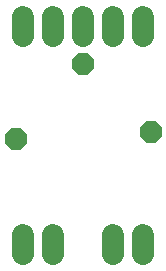
<source format=gbs>
G75*
G70*
%OFA0B0*%
%FSLAX24Y24*%
%IPPOS*%
%LPD*%
%AMOC8*
5,1,8,0,0,1.08239X$1,22.5*
%
%ADD10C,0.0720*%
%ADD11OC8,0.0720*%
D10*
X001181Y000781D02*
X001181Y001421D01*
X002181Y001421D02*
X002181Y000781D01*
X004181Y000781D02*
X004181Y001421D01*
X005181Y001421D02*
X005181Y000781D01*
X005181Y008031D02*
X005181Y008671D01*
X004181Y008671D02*
X004181Y008031D01*
X003181Y008031D02*
X003181Y008671D01*
X002181Y008671D02*
X002181Y008031D01*
X001181Y008031D02*
X001181Y008671D01*
D11*
X003181Y007101D03*
X005431Y004851D03*
X000931Y004601D03*
M02*

</source>
